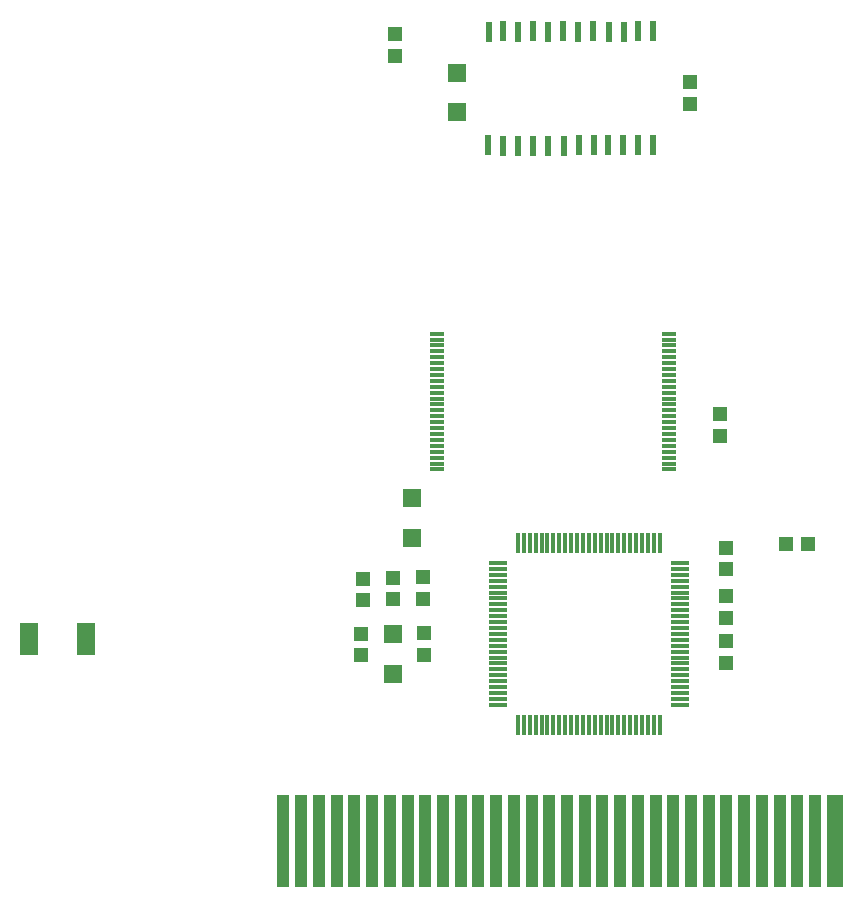
<source format=gbr>
%TF.GenerationSoftware,KiCad,Pcbnew,(6.0.2)*%
%TF.CreationDate,2022-08-25T21:07:40-05:00*%
%TF.ProjectId,REF1479,52454631-3437-4392-9e6b-696361645f70,rev?*%
%TF.SameCoordinates,Original*%
%TF.FileFunction,Paste,Top*%
%TF.FilePolarity,Positive*%
%FSLAX46Y46*%
G04 Gerber Fmt 4.6, Leading zero omitted, Abs format (unit mm)*
G04 Created by KiCad (PCBNEW (6.0.2)) date 2022-08-25 21:07:40*
%MOMM*%
%LPD*%
G01*
G04 APERTURE LIST*
G04 Aperture macros list*
%AMRoundRect*
0 Rectangle with rounded corners*
0 $1 Rounding radius*
0 $2 $3 $4 $5 $6 $7 $8 $9 X,Y pos of 4 corners*
0 Add a 4 corners polygon primitive as box body*
4,1,4,$2,$3,$4,$5,$6,$7,$8,$9,$2,$3,0*
0 Add four circle primitives for the rounded corners*
1,1,$1+$1,$2,$3*
1,1,$1+$1,$4,$5*
1,1,$1+$1,$6,$7*
1,1,$1+$1,$8,$9*
0 Add four rect primitives between the rounded corners*
20,1,$1+$1,$2,$3,$4,$5,0*
20,1,$1+$1,$4,$5,$6,$7,0*
20,1,$1+$1,$6,$7,$8,$9,0*
20,1,$1+$1,$8,$9,$2,$3,0*%
G04 Aperture macros list end*
%ADD10R,1.500000X2.700000*%
%ADD11R,1.270000X1.230000*%
%ADD12R,1.030000X7.780000*%
%ADD13R,1.430000X7.780000*%
%ADD14R,1.500000X1.500000*%
%ADD15R,1.300000X0.300000*%
%ADD16R,1.230000X1.270000*%
%ADD17RoundRect,0.011200X0.128800X-0.768800X0.128800X0.768800X-0.128800X0.768800X-0.128800X-0.768800X0*%
%ADD18RoundRect,0.056000X0.724000X-0.084000X0.724000X0.084000X-0.724000X0.084000X-0.724000X-0.084000X0*%
%ADD19R,0.600000X1.750000*%
G04 APERTURE END LIST*
D10*
%TO.C,REF\u002A\u002A*%
X105900000Y-107010000D03*
X110700000Y-107010000D03*
%TD*%
D11*
%TO.C,R5*%
X136861500Y-55842000D03*
X136866500Y-57664000D03*
%TD*%
D12*
%TO.C,J3*%
X127406000Y-124151000D03*
X128913000Y-124151000D03*
X130408000Y-124151000D03*
X131915000Y-124151000D03*
X133406000Y-124151000D03*
X134913000Y-124151000D03*
X136408000Y-124151000D03*
X137915000Y-124161000D03*
X139409000Y-124156000D03*
X140908000Y-124160000D03*
X142427000Y-124160000D03*
X143910000Y-124160000D03*
X145417000Y-124160000D03*
X146910000Y-124159000D03*
X148417000Y-124159000D03*
X149924000Y-124159000D03*
X151407000Y-124159000D03*
X152909000Y-124159000D03*
X154415000Y-124159000D03*
X155910000Y-124159000D03*
X157417000Y-124159000D03*
X158912000Y-124159000D03*
X160416000Y-124164000D03*
X161911000Y-124152000D03*
X163406000Y-124152000D03*
X164913000Y-124152000D03*
X166413000Y-124151000D03*
X167908000Y-124151000D03*
X169427000Y-124151000D03*
X170916000Y-124158000D03*
X172411000Y-124158000D03*
D13*
X174109000Y-124158000D03*
%TD*%
D11*
%TO.C,C6*%
X164884500Y-103405000D03*
X164889500Y-105227000D03*
%TD*%
%TO.C,R4*%
X161790500Y-59885000D03*
X161795500Y-61707000D03*
%TD*%
D14*
%TO.C,C4*%
X138259500Y-95128500D03*
X138256500Y-98463500D03*
%TD*%
D11*
%TO.C,C7*%
X164870500Y-99312000D03*
X164875500Y-101134000D03*
%TD*%
%TO.C,C2*%
X139202000Y-101815000D03*
X139207000Y-103637000D03*
%TD*%
D15*
%TO.C,U1*%
X140372000Y-81173000D03*
X140372000Y-81673000D03*
X140372000Y-82173000D03*
X140372000Y-82673000D03*
X140372000Y-83173000D03*
X140372000Y-83673000D03*
X140372000Y-84173000D03*
X140372000Y-84673000D03*
X140372000Y-85173000D03*
X140372000Y-85673000D03*
X140372000Y-86173000D03*
X140372000Y-86673000D03*
X140372000Y-87173000D03*
X140372000Y-87673000D03*
X140372000Y-88173000D03*
X140372000Y-88673000D03*
X140372000Y-89173000D03*
X140372000Y-89673000D03*
X140372000Y-90173000D03*
X140372000Y-90673000D03*
X140372000Y-91173000D03*
X140372000Y-91673000D03*
X140372000Y-92173000D03*
X140372000Y-92673000D03*
X160072000Y-92673000D03*
X160072000Y-92173000D03*
X160072000Y-91673000D03*
X160072000Y-91173000D03*
X160072000Y-90673000D03*
X160072000Y-90173000D03*
X160072000Y-89673000D03*
X160072000Y-89173000D03*
X160072000Y-88673000D03*
X160072000Y-88173000D03*
X160072000Y-87673000D03*
X160072000Y-87173000D03*
X160072000Y-86673000D03*
X160072000Y-86173000D03*
X160072000Y-85673000D03*
X160072000Y-85173000D03*
X160072000Y-84673000D03*
X160072000Y-84173000D03*
X160072000Y-83673000D03*
X160072000Y-83173000D03*
X160072000Y-82673000D03*
X160072000Y-82173000D03*
X160072000Y-81673000D03*
X160072000Y-81173000D03*
%TD*%
D11*
%TO.C,R2*%
X134126500Y-101915000D03*
X134131500Y-103737000D03*
%TD*%
%TO.C,C8*%
X164376000Y-88007000D03*
X164381000Y-89829000D03*
%TD*%
%TO.C,R1*%
X133999500Y-106575000D03*
X134004500Y-108397000D03*
%TD*%
D14*
%TO.C,D1*%
X136684500Y-109954500D03*
X136687500Y-106619500D03*
%TD*%
D16*
%TO.C,R3*%
X169968000Y-98985500D03*
X171790000Y-98980500D03*
%TD*%
D11*
%TO.C,C5*%
X164882500Y-107213000D03*
X164887500Y-109035000D03*
%TD*%
%TO.C,C1*%
X139276000Y-106530000D03*
X139281000Y-108352000D03*
%TD*%
D17*
%TO.C,U3*%
X147262000Y-114279000D03*
X147762000Y-114279000D03*
X148262000Y-114279000D03*
X148762000Y-114279000D03*
X149262000Y-114279000D03*
X149762000Y-114279000D03*
X150262000Y-114279000D03*
X150762000Y-114279000D03*
X151262000Y-114279000D03*
X151762000Y-114279000D03*
X152262000Y-114279000D03*
X152762000Y-114279000D03*
X153262000Y-114279000D03*
X153762000Y-114279000D03*
X154262000Y-114279000D03*
X154762000Y-114279000D03*
X155262000Y-114279000D03*
X155762000Y-114279000D03*
X156262000Y-114279000D03*
X156762000Y-114279000D03*
X157262000Y-114279000D03*
X157762000Y-114279000D03*
X158262000Y-114279000D03*
X158762000Y-114279000D03*
X159262000Y-114279000D03*
D18*
X160942000Y-112599000D03*
X160942000Y-112099000D03*
X160942000Y-111599000D03*
X160942000Y-111099000D03*
X160942000Y-110599000D03*
X160942000Y-110099000D03*
X160942000Y-109599000D03*
X160942000Y-109099000D03*
X160942000Y-108599000D03*
X160942000Y-108099000D03*
X160942000Y-107599000D03*
X160942000Y-107099000D03*
X160942000Y-106599000D03*
X160942000Y-106099000D03*
X160942000Y-105599000D03*
X160942000Y-105099000D03*
X160942000Y-104599000D03*
X160942000Y-104099000D03*
X160942000Y-103599000D03*
X160942000Y-103099000D03*
X160942000Y-102599000D03*
X160942000Y-102099000D03*
X160942000Y-101599000D03*
X160942000Y-101099000D03*
X160942000Y-100599000D03*
D17*
X159262000Y-98919000D03*
X158762000Y-98919000D03*
X158262000Y-98919000D03*
X157762000Y-98919000D03*
X157262000Y-98919000D03*
X156762000Y-98919000D03*
X156262000Y-98919000D03*
X155762000Y-98919000D03*
X155262000Y-98919000D03*
X154762000Y-98919000D03*
X154262000Y-98919000D03*
X153762000Y-98919000D03*
X153262000Y-98919000D03*
X152762000Y-98919000D03*
X152262000Y-98919000D03*
X151762000Y-98919000D03*
X151262000Y-98919000D03*
X150762000Y-98919000D03*
X150262000Y-98919000D03*
X149762000Y-98919000D03*
X149262000Y-98919000D03*
X148762000Y-98919000D03*
X148262000Y-98919000D03*
X147762000Y-98919000D03*
X147262000Y-98919000D03*
D18*
X145582000Y-100599000D03*
X145582000Y-101099000D03*
X145582000Y-101599000D03*
X145582000Y-102099000D03*
X145582000Y-102599000D03*
X145582000Y-103099000D03*
X145582000Y-103599000D03*
X145582000Y-104099000D03*
X145582000Y-104599000D03*
X145582000Y-105099000D03*
X145582000Y-105599000D03*
X145582000Y-106099000D03*
X145582000Y-106599000D03*
X145582000Y-107099000D03*
X145582000Y-107599000D03*
X145582000Y-108099000D03*
X145582000Y-108599000D03*
X145582000Y-109099000D03*
X145582000Y-109599000D03*
X145582000Y-110099000D03*
X145582000Y-110599000D03*
X145582000Y-111099000D03*
X145582000Y-111599000D03*
X145582000Y-112099000D03*
X145582000Y-112599000D03*
%TD*%
D14*
%TO.C,C9*%
X142067500Y-59084500D03*
X142064500Y-62419500D03*
%TD*%
D11*
%TO.C,C3*%
X136677000Y-101852000D03*
X136682000Y-103674000D03*
%TD*%
D19*
%TO.C,U2*%
X144764500Y-65242500D03*
X146029500Y-65247500D03*
X147304500Y-65247500D03*
X148574500Y-65245500D03*
X149842500Y-65245500D03*
X151118500Y-65245500D03*
X152387500Y-65243500D03*
X153659500Y-65243500D03*
X154924500Y-65244500D03*
X156196500Y-65244500D03*
X157464500Y-65244500D03*
X158735500Y-65244500D03*
X158734500Y-55592500D03*
X157466500Y-55592500D03*
X156198500Y-55593500D03*
X154928500Y-55593500D03*
X153654500Y-55591500D03*
X152385500Y-55594500D03*
X151114500Y-55591500D03*
X149845500Y-55593500D03*
X148575500Y-55590500D03*
X147305500Y-55595500D03*
X146035500Y-55591500D03*
X144767500Y-55594500D03*
%TD*%
M02*

</source>
